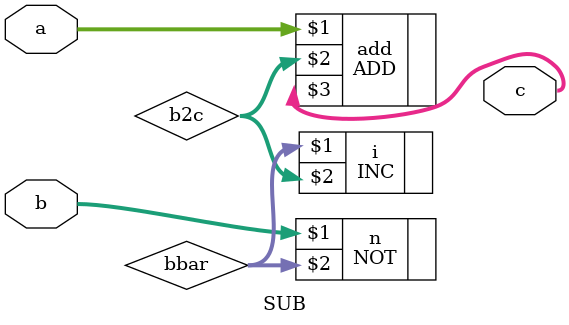
<source format=v>
`timescale 1ns/1ns

module SUB(a,b,c);
    input [7:0] a;
    input [7:0] b;
    wire [7:0] bbar;
    wire [7:0] b2c; // b2c is the 2's complement of b
    output [7:0] c;
    NOT n(b,bbar);
    INC i(bbar,b2c); // b2c = b' + 1
    ADD add(a,b2c,c); // Adding the 2's complement of second operand 
endmodule

</source>
